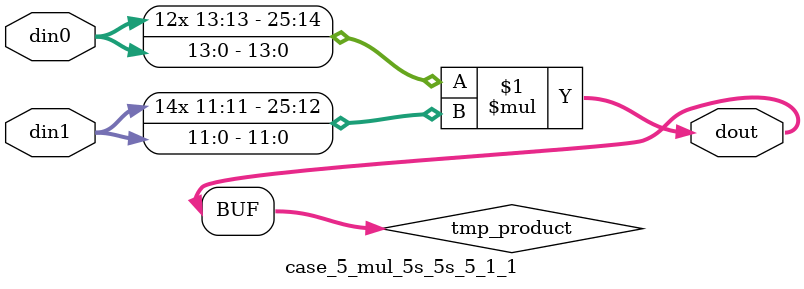
<source format=v>

`timescale 1 ns / 1 ps

 module case_5_mul_5s_5s_5_1_1(din0, din1, dout);
parameter ID = 1;
parameter NUM_STAGE = 0;
parameter din0_WIDTH = 14;
parameter din1_WIDTH = 12;
parameter dout_WIDTH = 26;

input [din0_WIDTH - 1 : 0] din0; 
input [din1_WIDTH - 1 : 0] din1; 
output [dout_WIDTH - 1 : 0] dout;

wire signed [dout_WIDTH - 1 : 0] tmp_product;



























assign tmp_product = $signed(din0) * $signed(din1);








assign dout = tmp_product;





















endmodule

</source>
